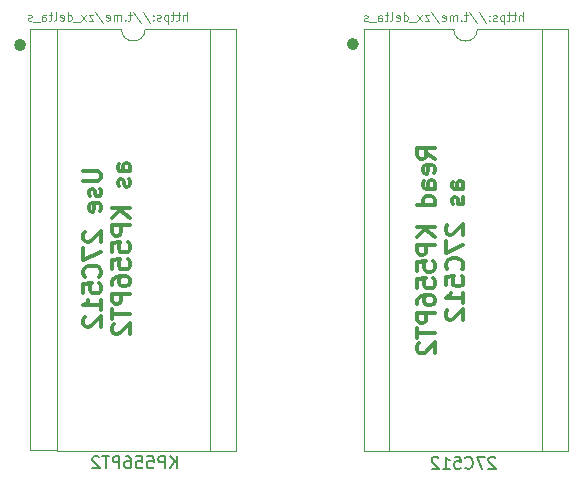
<source format=gbr>
%TF.GenerationSoftware,KiCad,Pcbnew,7.0.1*%
%TF.CreationDate,2023-07-22T01:46:55+03:00*%
%TF.ProjectId,kr556rt2,6b723535-3672-4743-922e-6b696361645f,rev?*%
%TF.SameCoordinates,Original*%
%TF.FileFunction,Legend,Bot*%
%TF.FilePolarity,Positive*%
%FSLAX46Y46*%
G04 Gerber Fmt 4.6, Leading zero omitted, Abs format (unit mm)*
G04 Created by KiCad (PCBNEW 7.0.1) date 2023-07-22 01:46:55*
%MOMM*%
%LPD*%
G01*
G04 APERTURE LIST*
%ADD10C,0.522740*%
%ADD11C,0.093750*%
%ADD12C,0.300000*%
%ADD13C,0.150000*%
%ADD14C,0.120000*%
%ADD15C,0.100000*%
G04 APERTURE END LIST*
D10*
X63608970Y-41148000D02*
G75*
G03*
X63608970Y-41148000I-261370J0D01*
G01*
X91777570Y-41071800D02*
G75*
G03*
X91777570Y-41071800I-261370J0D01*
G01*
D11*
X105891828Y-39125814D02*
X105891828Y-38375814D01*
X105570400Y-39125814D02*
X105570400Y-38732957D01*
X105570400Y-38732957D02*
X105606114Y-38661528D01*
X105606114Y-38661528D02*
X105677542Y-38625814D01*
X105677542Y-38625814D02*
X105784685Y-38625814D01*
X105784685Y-38625814D02*
X105856114Y-38661528D01*
X105856114Y-38661528D02*
X105891828Y-38697242D01*
X105320400Y-38625814D02*
X105034686Y-38625814D01*
X105213257Y-38375814D02*
X105213257Y-39018671D01*
X105213257Y-39018671D02*
X105177543Y-39090100D01*
X105177543Y-39090100D02*
X105106114Y-39125814D01*
X105106114Y-39125814D02*
X105034686Y-39125814D01*
X104891829Y-38625814D02*
X104606115Y-38625814D01*
X104784686Y-38375814D02*
X104784686Y-39018671D01*
X104784686Y-39018671D02*
X104748972Y-39090100D01*
X104748972Y-39090100D02*
X104677543Y-39125814D01*
X104677543Y-39125814D02*
X104606115Y-39125814D01*
X104356115Y-38625814D02*
X104356115Y-39375814D01*
X104356115Y-38661528D02*
X104284687Y-38625814D01*
X104284687Y-38625814D02*
X104141829Y-38625814D01*
X104141829Y-38625814D02*
X104070401Y-38661528D01*
X104070401Y-38661528D02*
X104034687Y-38697242D01*
X104034687Y-38697242D02*
X103998972Y-38768671D01*
X103998972Y-38768671D02*
X103998972Y-38982957D01*
X103998972Y-38982957D02*
X104034687Y-39054385D01*
X104034687Y-39054385D02*
X104070401Y-39090100D01*
X104070401Y-39090100D02*
X104141829Y-39125814D01*
X104141829Y-39125814D02*
X104284687Y-39125814D01*
X104284687Y-39125814D02*
X104356115Y-39090100D01*
X103713258Y-39090100D02*
X103641830Y-39125814D01*
X103641830Y-39125814D02*
X103498973Y-39125814D01*
X103498973Y-39125814D02*
X103427544Y-39090100D01*
X103427544Y-39090100D02*
X103391830Y-39018671D01*
X103391830Y-39018671D02*
X103391830Y-38982957D01*
X103391830Y-38982957D02*
X103427544Y-38911528D01*
X103427544Y-38911528D02*
X103498973Y-38875814D01*
X103498973Y-38875814D02*
X103606116Y-38875814D01*
X103606116Y-38875814D02*
X103677544Y-38840100D01*
X103677544Y-38840100D02*
X103713258Y-38768671D01*
X103713258Y-38768671D02*
X103713258Y-38732957D01*
X103713258Y-38732957D02*
X103677544Y-38661528D01*
X103677544Y-38661528D02*
X103606116Y-38625814D01*
X103606116Y-38625814D02*
X103498973Y-38625814D01*
X103498973Y-38625814D02*
X103427544Y-38661528D01*
X103070401Y-39054385D02*
X103034687Y-39090100D01*
X103034687Y-39090100D02*
X103070401Y-39125814D01*
X103070401Y-39125814D02*
X103106115Y-39090100D01*
X103106115Y-39090100D02*
X103070401Y-39054385D01*
X103070401Y-39054385D02*
X103070401Y-39125814D01*
X103070401Y-38661528D02*
X103034687Y-38697242D01*
X103034687Y-38697242D02*
X103070401Y-38732957D01*
X103070401Y-38732957D02*
X103106115Y-38697242D01*
X103106115Y-38697242D02*
X103070401Y-38661528D01*
X103070401Y-38661528D02*
X103070401Y-38732957D01*
X102177544Y-38340100D02*
X102820401Y-39304385D01*
X101391830Y-38340100D02*
X102034687Y-39304385D01*
X101248973Y-38625814D02*
X100963259Y-38625814D01*
X101141830Y-38375814D02*
X101141830Y-39018671D01*
X101141830Y-39018671D02*
X101106116Y-39090100D01*
X101106116Y-39090100D02*
X101034687Y-39125814D01*
X101034687Y-39125814D02*
X100963259Y-39125814D01*
X100713259Y-39054385D02*
X100677545Y-39090100D01*
X100677545Y-39090100D02*
X100713259Y-39125814D01*
X100713259Y-39125814D02*
X100748973Y-39090100D01*
X100748973Y-39090100D02*
X100713259Y-39054385D01*
X100713259Y-39054385D02*
X100713259Y-39125814D01*
X100356116Y-39125814D02*
X100356116Y-38625814D01*
X100356116Y-38697242D02*
X100320402Y-38661528D01*
X100320402Y-38661528D02*
X100248973Y-38625814D01*
X100248973Y-38625814D02*
X100141830Y-38625814D01*
X100141830Y-38625814D02*
X100070402Y-38661528D01*
X100070402Y-38661528D02*
X100034688Y-38732957D01*
X100034688Y-38732957D02*
X100034688Y-39125814D01*
X100034688Y-38732957D02*
X99998973Y-38661528D01*
X99998973Y-38661528D02*
X99927545Y-38625814D01*
X99927545Y-38625814D02*
X99820402Y-38625814D01*
X99820402Y-38625814D02*
X99748973Y-38661528D01*
X99748973Y-38661528D02*
X99713259Y-38732957D01*
X99713259Y-38732957D02*
X99713259Y-39125814D01*
X99070402Y-39090100D02*
X99141830Y-39125814D01*
X99141830Y-39125814D02*
X99284688Y-39125814D01*
X99284688Y-39125814D02*
X99356116Y-39090100D01*
X99356116Y-39090100D02*
X99391830Y-39018671D01*
X99391830Y-39018671D02*
X99391830Y-38732957D01*
X99391830Y-38732957D02*
X99356116Y-38661528D01*
X99356116Y-38661528D02*
X99284688Y-38625814D01*
X99284688Y-38625814D02*
X99141830Y-38625814D01*
X99141830Y-38625814D02*
X99070402Y-38661528D01*
X99070402Y-38661528D02*
X99034688Y-38732957D01*
X99034688Y-38732957D02*
X99034688Y-38804385D01*
X99034688Y-38804385D02*
X99391830Y-38875814D01*
X98177545Y-38340100D02*
X98820402Y-39304385D01*
X97998974Y-38625814D02*
X97606117Y-38625814D01*
X97606117Y-38625814D02*
X97998974Y-39125814D01*
X97998974Y-39125814D02*
X97606117Y-39125814D01*
X97391831Y-39125814D02*
X96998974Y-38625814D01*
X97391831Y-38625814D02*
X96998974Y-39125814D01*
X96891831Y-39197242D02*
X96320402Y-39197242D01*
X95820402Y-39125814D02*
X95820402Y-38375814D01*
X95820402Y-39090100D02*
X95891830Y-39125814D01*
X95891830Y-39125814D02*
X96034687Y-39125814D01*
X96034687Y-39125814D02*
X96106116Y-39090100D01*
X96106116Y-39090100D02*
X96141830Y-39054385D01*
X96141830Y-39054385D02*
X96177544Y-38982957D01*
X96177544Y-38982957D02*
X96177544Y-38768671D01*
X96177544Y-38768671D02*
X96141830Y-38697242D01*
X96141830Y-38697242D02*
X96106116Y-38661528D01*
X96106116Y-38661528D02*
X96034687Y-38625814D01*
X96034687Y-38625814D02*
X95891830Y-38625814D01*
X95891830Y-38625814D02*
X95820402Y-38661528D01*
X95177545Y-39090100D02*
X95248973Y-39125814D01*
X95248973Y-39125814D02*
X95391831Y-39125814D01*
X95391831Y-39125814D02*
X95463259Y-39090100D01*
X95463259Y-39090100D02*
X95498973Y-39018671D01*
X95498973Y-39018671D02*
X95498973Y-38732957D01*
X95498973Y-38732957D02*
X95463259Y-38661528D01*
X95463259Y-38661528D02*
X95391831Y-38625814D01*
X95391831Y-38625814D02*
X95248973Y-38625814D01*
X95248973Y-38625814D02*
X95177545Y-38661528D01*
X95177545Y-38661528D02*
X95141831Y-38732957D01*
X95141831Y-38732957D02*
X95141831Y-38804385D01*
X95141831Y-38804385D02*
X95498973Y-38875814D01*
X94713259Y-39125814D02*
X94784688Y-39090100D01*
X94784688Y-39090100D02*
X94820402Y-39018671D01*
X94820402Y-39018671D02*
X94820402Y-38375814D01*
X94534688Y-38625814D02*
X94248974Y-38625814D01*
X94427545Y-38375814D02*
X94427545Y-39018671D01*
X94427545Y-39018671D02*
X94391831Y-39090100D01*
X94391831Y-39090100D02*
X94320402Y-39125814D01*
X94320402Y-39125814D02*
X94248974Y-39125814D01*
X93677546Y-39125814D02*
X93677546Y-38732957D01*
X93677546Y-38732957D02*
X93713260Y-38661528D01*
X93713260Y-38661528D02*
X93784688Y-38625814D01*
X93784688Y-38625814D02*
X93927546Y-38625814D01*
X93927546Y-38625814D02*
X93998974Y-38661528D01*
X93677546Y-39090100D02*
X93748974Y-39125814D01*
X93748974Y-39125814D02*
X93927546Y-39125814D01*
X93927546Y-39125814D02*
X93998974Y-39090100D01*
X93998974Y-39090100D02*
X94034688Y-39018671D01*
X94034688Y-39018671D02*
X94034688Y-38947242D01*
X94034688Y-38947242D02*
X93998974Y-38875814D01*
X93998974Y-38875814D02*
X93927546Y-38840100D01*
X93927546Y-38840100D02*
X93748974Y-38840100D01*
X93748974Y-38840100D02*
X93677546Y-38804385D01*
X93498975Y-39197242D02*
X92927546Y-39197242D01*
X92784688Y-39090100D02*
X92713260Y-39125814D01*
X92713260Y-39125814D02*
X92570403Y-39125814D01*
X92570403Y-39125814D02*
X92498974Y-39090100D01*
X92498974Y-39090100D02*
X92463260Y-39018671D01*
X92463260Y-39018671D02*
X92463260Y-38982957D01*
X92463260Y-38982957D02*
X92498974Y-38911528D01*
X92498974Y-38911528D02*
X92570403Y-38875814D01*
X92570403Y-38875814D02*
X92677546Y-38875814D01*
X92677546Y-38875814D02*
X92748974Y-38840100D01*
X92748974Y-38840100D02*
X92784688Y-38768671D01*
X92784688Y-38768671D02*
X92784688Y-38732957D01*
X92784688Y-38732957D02*
X92748974Y-38661528D01*
X92748974Y-38661528D02*
X92677546Y-38625814D01*
X92677546Y-38625814D02*
X92570403Y-38625814D01*
X92570403Y-38625814D02*
X92498974Y-38661528D01*
D12*
X98462728Y-50761286D02*
X97748442Y-50261286D01*
X98462728Y-49904143D02*
X96962728Y-49904143D01*
X96962728Y-49904143D02*
X96962728Y-50475572D01*
X96962728Y-50475572D02*
X97034157Y-50618429D01*
X97034157Y-50618429D02*
X97105585Y-50689858D01*
X97105585Y-50689858D02*
X97248442Y-50761286D01*
X97248442Y-50761286D02*
X97462728Y-50761286D01*
X97462728Y-50761286D02*
X97605585Y-50689858D01*
X97605585Y-50689858D02*
X97677014Y-50618429D01*
X97677014Y-50618429D02*
X97748442Y-50475572D01*
X97748442Y-50475572D02*
X97748442Y-49904143D01*
X98391300Y-51975572D02*
X98462728Y-51832715D01*
X98462728Y-51832715D02*
X98462728Y-51547001D01*
X98462728Y-51547001D02*
X98391300Y-51404143D01*
X98391300Y-51404143D02*
X98248442Y-51332715D01*
X98248442Y-51332715D02*
X97677014Y-51332715D01*
X97677014Y-51332715D02*
X97534157Y-51404143D01*
X97534157Y-51404143D02*
X97462728Y-51547001D01*
X97462728Y-51547001D02*
X97462728Y-51832715D01*
X97462728Y-51832715D02*
X97534157Y-51975572D01*
X97534157Y-51975572D02*
X97677014Y-52047001D01*
X97677014Y-52047001D02*
X97819871Y-52047001D01*
X97819871Y-52047001D02*
X97962728Y-51332715D01*
X98462728Y-53332715D02*
X97677014Y-53332715D01*
X97677014Y-53332715D02*
X97534157Y-53261286D01*
X97534157Y-53261286D02*
X97462728Y-53118429D01*
X97462728Y-53118429D02*
X97462728Y-52832715D01*
X97462728Y-52832715D02*
X97534157Y-52689857D01*
X98391300Y-53332715D02*
X98462728Y-53189857D01*
X98462728Y-53189857D02*
X98462728Y-52832715D01*
X98462728Y-52832715D02*
X98391300Y-52689857D01*
X98391300Y-52689857D02*
X98248442Y-52618429D01*
X98248442Y-52618429D02*
X98105585Y-52618429D01*
X98105585Y-52618429D02*
X97962728Y-52689857D01*
X97962728Y-52689857D02*
X97891300Y-52832715D01*
X97891300Y-52832715D02*
X97891300Y-53189857D01*
X97891300Y-53189857D02*
X97819871Y-53332715D01*
X98462728Y-54689858D02*
X96962728Y-54689858D01*
X98391300Y-54689858D02*
X98462728Y-54547000D01*
X98462728Y-54547000D02*
X98462728Y-54261286D01*
X98462728Y-54261286D02*
X98391300Y-54118429D01*
X98391300Y-54118429D02*
X98319871Y-54047000D01*
X98319871Y-54047000D02*
X98177014Y-53975572D01*
X98177014Y-53975572D02*
X97748442Y-53975572D01*
X97748442Y-53975572D02*
X97605585Y-54047000D01*
X97605585Y-54047000D02*
X97534157Y-54118429D01*
X97534157Y-54118429D02*
X97462728Y-54261286D01*
X97462728Y-54261286D02*
X97462728Y-54547000D01*
X97462728Y-54547000D02*
X97534157Y-54689858D01*
X98462728Y-56547000D02*
X96962728Y-56547000D01*
X98462728Y-57404143D02*
X97605585Y-56761286D01*
X96962728Y-57404143D02*
X97819871Y-56547000D01*
X98462728Y-58047000D02*
X96962728Y-58047000D01*
X96962728Y-58047000D02*
X96962728Y-58618429D01*
X96962728Y-58618429D02*
X97034157Y-58761286D01*
X97034157Y-58761286D02*
X97105585Y-58832715D01*
X97105585Y-58832715D02*
X97248442Y-58904143D01*
X97248442Y-58904143D02*
X97462728Y-58904143D01*
X97462728Y-58904143D02*
X97605585Y-58832715D01*
X97605585Y-58832715D02*
X97677014Y-58761286D01*
X97677014Y-58761286D02*
X97748442Y-58618429D01*
X97748442Y-58618429D02*
X97748442Y-58047000D01*
X96962728Y-60261286D02*
X96962728Y-59547000D01*
X96962728Y-59547000D02*
X97677014Y-59475572D01*
X97677014Y-59475572D02*
X97605585Y-59547000D01*
X97605585Y-59547000D02*
X97534157Y-59689858D01*
X97534157Y-59689858D02*
X97534157Y-60047000D01*
X97534157Y-60047000D02*
X97605585Y-60189858D01*
X97605585Y-60189858D02*
X97677014Y-60261286D01*
X97677014Y-60261286D02*
X97819871Y-60332715D01*
X97819871Y-60332715D02*
X98177014Y-60332715D01*
X98177014Y-60332715D02*
X98319871Y-60261286D01*
X98319871Y-60261286D02*
X98391300Y-60189858D01*
X98391300Y-60189858D02*
X98462728Y-60047000D01*
X98462728Y-60047000D02*
X98462728Y-59689858D01*
X98462728Y-59689858D02*
X98391300Y-59547000D01*
X98391300Y-59547000D02*
X98319871Y-59475572D01*
X96962728Y-61689857D02*
X96962728Y-60975571D01*
X96962728Y-60975571D02*
X97677014Y-60904143D01*
X97677014Y-60904143D02*
X97605585Y-60975571D01*
X97605585Y-60975571D02*
X97534157Y-61118429D01*
X97534157Y-61118429D02*
X97534157Y-61475571D01*
X97534157Y-61475571D02*
X97605585Y-61618429D01*
X97605585Y-61618429D02*
X97677014Y-61689857D01*
X97677014Y-61689857D02*
X97819871Y-61761286D01*
X97819871Y-61761286D02*
X98177014Y-61761286D01*
X98177014Y-61761286D02*
X98319871Y-61689857D01*
X98319871Y-61689857D02*
X98391300Y-61618429D01*
X98391300Y-61618429D02*
X98462728Y-61475571D01*
X98462728Y-61475571D02*
X98462728Y-61118429D01*
X98462728Y-61118429D02*
X98391300Y-60975571D01*
X98391300Y-60975571D02*
X98319871Y-60904143D01*
X96962728Y-63047000D02*
X96962728Y-62761285D01*
X96962728Y-62761285D02*
X97034157Y-62618428D01*
X97034157Y-62618428D02*
X97105585Y-62547000D01*
X97105585Y-62547000D02*
X97319871Y-62404142D01*
X97319871Y-62404142D02*
X97605585Y-62332714D01*
X97605585Y-62332714D02*
X98177014Y-62332714D01*
X98177014Y-62332714D02*
X98319871Y-62404142D01*
X98319871Y-62404142D02*
X98391300Y-62475571D01*
X98391300Y-62475571D02*
X98462728Y-62618428D01*
X98462728Y-62618428D02*
X98462728Y-62904142D01*
X98462728Y-62904142D02*
X98391300Y-63047000D01*
X98391300Y-63047000D02*
X98319871Y-63118428D01*
X98319871Y-63118428D02*
X98177014Y-63189857D01*
X98177014Y-63189857D02*
X97819871Y-63189857D01*
X97819871Y-63189857D02*
X97677014Y-63118428D01*
X97677014Y-63118428D02*
X97605585Y-63047000D01*
X97605585Y-63047000D02*
X97534157Y-62904142D01*
X97534157Y-62904142D02*
X97534157Y-62618428D01*
X97534157Y-62618428D02*
X97605585Y-62475571D01*
X97605585Y-62475571D02*
X97677014Y-62404142D01*
X97677014Y-62404142D02*
X97819871Y-62332714D01*
X98462728Y-63832713D02*
X96962728Y-63832713D01*
X96962728Y-63832713D02*
X96962728Y-64404142D01*
X96962728Y-64404142D02*
X97034157Y-64546999D01*
X97034157Y-64546999D02*
X97105585Y-64618428D01*
X97105585Y-64618428D02*
X97248442Y-64689856D01*
X97248442Y-64689856D02*
X97462728Y-64689856D01*
X97462728Y-64689856D02*
X97605585Y-64618428D01*
X97605585Y-64618428D02*
X97677014Y-64546999D01*
X97677014Y-64546999D02*
X97748442Y-64404142D01*
X97748442Y-64404142D02*
X97748442Y-63832713D01*
X96962728Y-65118428D02*
X96962728Y-65975571D01*
X98462728Y-65546999D02*
X96962728Y-65546999D01*
X97105585Y-66404142D02*
X97034157Y-66475570D01*
X97034157Y-66475570D02*
X96962728Y-66618428D01*
X96962728Y-66618428D02*
X96962728Y-66975570D01*
X96962728Y-66975570D02*
X97034157Y-67118428D01*
X97034157Y-67118428D02*
X97105585Y-67189856D01*
X97105585Y-67189856D02*
X97248442Y-67261285D01*
X97248442Y-67261285D02*
X97391300Y-67261285D01*
X97391300Y-67261285D02*
X97605585Y-67189856D01*
X97605585Y-67189856D02*
X98462728Y-66332713D01*
X98462728Y-66332713D02*
X98462728Y-67261285D01*
X100892728Y-53368430D02*
X100107014Y-53368430D01*
X100107014Y-53368430D02*
X99964157Y-53297001D01*
X99964157Y-53297001D02*
X99892728Y-53154144D01*
X99892728Y-53154144D02*
X99892728Y-52868430D01*
X99892728Y-52868430D02*
X99964157Y-52725572D01*
X100821300Y-53368430D02*
X100892728Y-53225572D01*
X100892728Y-53225572D02*
X100892728Y-52868430D01*
X100892728Y-52868430D02*
X100821300Y-52725572D01*
X100821300Y-52725572D02*
X100678442Y-52654144D01*
X100678442Y-52654144D02*
X100535585Y-52654144D01*
X100535585Y-52654144D02*
X100392728Y-52725572D01*
X100392728Y-52725572D02*
X100321300Y-52868430D01*
X100321300Y-52868430D02*
X100321300Y-53225572D01*
X100321300Y-53225572D02*
X100249871Y-53368430D01*
X100821300Y-54011287D02*
X100892728Y-54154144D01*
X100892728Y-54154144D02*
X100892728Y-54439858D01*
X100892728Y-54439858D02*
X100821300Y-54582715D01*
X100821300Y-54582715D02*
X100678442Y-54654144D01*
X100678442Y-54654144D02*
X100607014Y-54654144D01*
X100607014Y-54654144D02*
X100464157Y-54582715D01*
X100464157Y-54582715D02*
X100392728Y-54439858D01*
X100392728Y-54439858D02*
X100392728Y-54225573D01*
X100392728Y-54225573D02*
X100321300Y-54082715D01*
X100321300Y-54082715D02*
X100178442Y-54011287D01*
X100178442Y-54011287D02*
X100107014Y-54011287D01*
X100107014Y-54011287D02*
X99964157Y-54082715D01*
X99964157Y-54082715D02*
X99892728Y-54225573D01*
X99892728Y-54225573D02*
X99892728Y-54439858D01*
X99892728Y-54439858D02*
X99964157Y-54582715D01*
X99535585Y-56368430D02*
X99464157Y-56439858D01*
X99464157Y-56439858D02*
X99392728Y-56582716D01*
X99392728Y-56582716D02*
X99392728Y-56939858D01*
X99392728Y-56939858D02*
X99464157Y-57082716D01*
X99464157Y-57082716D02*
X99535585Y-57154144D01*
X99535585Y-57154144D02*
X99678442Y-57225573D01*
X99678442Y-57225573D02*
X99821300Y-57225573D01*
X99821300Y-57225573D02*
X100035585Y-57154144D01*
X100035585Y-57154144D02*
X100892728Y-56297001D01*
X100892728Y-56297001D02*
X100892728Y-57225573D01*
X99392728Y-57725572D02*
X99392728Y-58725572D01*
X99392728Y-58725572D02*
X100892728Y-58082715D01*
X100749871Y-60154143D02*
X100821300Y-60082715D01*
X100821300Y-60082715D02*
X100892728Y-59868429D01*
X100892728Y-59868429D02*
X100892728Y-59725572D01*
X100892728Y-59725572D02*
X100821300Y-59511286D01*
X100821300Y-59511286D02*
X100678442Y-59368429D01*
X100678442Y-59368429D02*
X100535585Y-59297000D01*
X100535585Y-59297000D02*
X100249871Y-59225572D01*
X100249871Y-59225572D02*
X100035585Y-59225572D01*
X100035585Y-59225572D02*
X99749871Y-59297000D01*
X99749871Y-59297000D02*
X99607014Y-59368429D01*
X99607014Y-59368429D02*
X99464157Y-59511286D01*
X99464157Y-59511286D02*
X99392728Y-59725572D01*
X99392728Y-59725572D02*
X99392728Y-59868429D01*
X99392728Y-59868429D02*
X99464157Y-60082715D01*
X99464157Y-60082715D02*
X99535585Y-60154143D01*
X99392728Y-61511286D02*
X99392728Y-60797000D01*
X99392728Y-60797000D02*
X100107014Y-60725572D01*
X100107014Y-60725572D02*
X100035585Y-60797000D01*
X100035585Y-60797000D02*
X99964157Y-60939858D01*
X99964157Y-60939858D02*
X99964157Y-61297000D01*
X99964157Y-61297000D02*
X100035585Y-61439858D01*
X100035585Y-61439858D02*
X100107014Y-61511286D01*
X100107014Y-61511286D02*
X100249871Y-61582715D01*
X100249871Y-61582715D02*
X100607014Y-61582715D01*
X100607014Y-61582715D02*
X100749871Y-61511286D01*
X100749871Y-61511286D02*
X100821300Y-61439858D01*
X100821300Y-61439858D02*
X100892728Y-61297000D01*
X100892728Y-61297000D02*
X100892728Y-60939858D01*
X100892728Y-60939858D02*
X100821300Y-60797000D01*
X100821300Y-60797000D02*
X100749871Y-60725572D01*
X100892728Y-63011286D02*
X100892728Y-62154143D01*
X100892728Y-62582714D02*
X99392728Y-62582714D01*
X99392728Y-62582714D02*
X99607014Y-62439857D01*
X99607014Y-62439857D02*
X99749871Y-62297000D01*
X99749871Y-62297000D02*
X99821300Y-62154143D01*
X99535585Y-63582714D02*
X99464157Y-63654142D01*
X99464157Y-63654142D02*
X99392728Y-63797000D01*
X99392728Y-63797000D02*
X99392728Y-64154142D01*
X99392728Y-64154142D02*
X99464157Y-64297000D01*
X99464157Y-64297000D02*
X99535585Y-64368428D01*
X99535585Y-64368428D02*
X99678442Y-64439857D01*
X99678442Y-64439857D02*
X99821300Y-64439857D01*
X99821300Y-64439857D02*
X100035585Y-64368428D01*
X100035585Y-64368428D02*
X100892728Y-63511285D01*
X100892728Y-63511285D02*
X100892728Y-64439857D01*
D11*
X77443828Y-39100414D02*
X77443828Y-38350414D01*
X77122400Y-39100414D02*
X77122400Y-38707557D01*
X77122400Y-38707557D02*
X77158114Y-38636128D01*
X77158114Y-38636128D02*
X77229542Y-38600414D01*
X77229542Y-38600414D02*
X77336685Y-38600414D01*
X77336685Y-38600414D02*
X77408114Y-38636128D01*
X77408114Y-38636128D02*
X77443828Y-38671842D01*
X76872400Y-38600414D02*
X76586686Y-38600414D01*
X76765257Y-38350414D02*
X76765257Y-38993271D01*
X76765257Y-38993271D02*
X76729543Y-39064700D01*
X76729543Y-39064700D02*
X76658114Y-39100414D01*
X76658114Y-39100414D02*
X76586686Y-39100414D01*
X76443829Y-38600414D02*
X76158115Y-38600414D01*
X76336686Y-38350414D02*
X76336686Y-38993271D01*
X76336686Y-38993271D02*
X76300972Y-39064700D01*
X76300972Y-39064700D02*
X76229543Y-39100414D01*
X76229543Y-39100414D02*
X76158115Y-39100414D01*
X75908115Y-38600414D02*
X75908115Y-39350414D01*
X75908115Y-38636128D02*
X75836687Y-38600414D01*
X75836687Y-38600414D02*
X75693829Y-38600414D01*
X75693829Y-38600414D02*
X75622401Y-38636128D01*
X75622401Y-38636128D02*
X75586687Y-38671842D01*
X75586687Y-38671842D02*
X75550972Y-38743271D01*
X75550972Y-38743271D02*
X75550972Y-38957557D01*
X75550972Y-38957557D02*
X75586687Y-39028985D01*
X75586687Y-39028985D02*
X75622401Y-39064700D01*
X75622401Y-39064700D02*
X75693829Y-39100414D01*
X75693829Y-39100414D02*
X75836687Y-39100414D01*
X75836687Y-39100414D02*
X75908115Y-39064700D01*
X75265258Y-39064700D02*
X75193830Y-39100414D01*
X75193830Y-39100414D02*
X75050973Y-39100414D01*
X75050973Y-39100414D02*
X74979544Y-39064700D01*
X74979544Y-39064700D02*
X74943830Y-38993271D01*
X74943830Y-38993271D02*
X74943830Y-38957557D01*
X74943830Y-38957557D02*
X74979544Y-38886128D01*
X74979544Y-38886128D02*
X75050973Y-38850414D01*
X75050973Y-38850414D02*
X75158116Y-38850414D01*
X75158116Y-38850414D02*
X75229544Y-38814700D01*
X75229544Y-38814700D02*
X75265258Y-38743271D01*
X75265258Y-38743271D02*
X75265258Y-38707557D01*
X75265258Y-38707557D02*
X75229544Y-38636128D01*
X75229544Y-38636128D02*
X75158116Y-38600414D01*
X75158116Y-38600414D02*
X75050973Y-38600414D01*
X75050973Y-38600414D02*
X74979544Y-38636128D01*
X74622401Y-39028985D02*
X74586687Y-39064700D01*
X74586687Y-39064700D02*
X74622401Y-39100414D01*
X74622401Y-39100414D02*
X74658115Y-39064700D01*
X74658115Y-39064700D02*
X74622401Y-39028985D01*
X74622401Y-39028985D02*
X74622401Y-39100414D01*
X74622401Y-38636128D02*
X74586687Y-38671842D01*
X74586687Y-38671842D02*
X74622401Y-38707557D01*
X74622401Y-38707557D02*
X74658115Y-38671842D01*
X74658115Y-38671842D02*
X74622401Y-38636128D01*
X74622401Y-38636128D02*
X74622401Y-38707557D01*
X73729544Y-38314700D02*
X74372401Y-39278985D01*
X72943830Y-38314700D02*
X73586687Y-39278985D01*
X72800973Y-38600414D02*
X72515259Y-38600414D01*
X72693830Y-38350414D02*
X72693830Y-38993271D01*
X72693830Y-38993271D02*
X72658116Y-39064700D01*
X72658116Y-39064700D02*
X72586687Y-39100414D01*
X72586687Y-39100414D02*
X72515259Y-39100414D01*
X72265259Y-39028985D02*
X72229545Y-39064700D01*
X72229545Y-39064700D02*
X72265259Y-39100414D01*
X72265259Y-39100414D02*
X72300973Y-39064700D01*
X72300973Y-39064700D02*
X72265259Y-39028985D01*
X72265259Y-39028985D02*
X72265259Y-39100414D01*
X71908116Y-39100414D02*
X71908116Y-38600414D01*
X71908116Y-38671842D02*
X71872402Y-38636128D01*
X71872402Y-38636128D02*
X71800973Y-38600414D01*
X71800973Y-38600414D02*
X71693830Y-38600414D01*
X71693830Y-38600414D02*
X71622402Y-38636128D01*
X71622402Y-38636128D02*
X71586688Y-38707557D01*
X71586688Y-38707557D02*
X71586688Y-39100414D01*
X71586688Y-38707557D02*
X71550973Y-38636128D01*
X71550973Y-38636128D02*
X71479545Y-38600414D01*
X71479545Y-38600414D02*
X71372402Y-38600414D01*
X71372402Y-38600414D02*
X71300973Y-38636128D01*
X71300973Y-38636128D02*
X71265259Y-38707557D01*
X71265259Y-38707557D02*
X71265259Y-39100414D01*
X70622402Y-39064700D02*
X70693830Y-39100414D01*
X70693830Y-39100414D02*
X70836688Y-39100414D01*
X70836688Y-39100414D02*
X70908116Y-39064700D01*
X70908116Y-39064700D02*
X70943830Y-38993271D01*
X70943830Y-38993271D02*
X70943830Y-38707557D01*
X70943830Y-38707557D02*
X70908116Y-38636128D01*
X70908116Y-38636128D02*
X70836688Y-38600414D01*
X70836688Y-38600414D02*
X70693830Y-38600414D01*
X70693830Y-38600414D02*
X70622402Y-38636128D01*
X70622402Y-38636128D02*
X70586688Y-38707557D01*
X70586688Y-38707557D02*
X70586688Y-38778985D01*
X70586688Y-38778985D02*
X70943830Y-38850414D01*
X69729545Y-38314700D02*
X70372402Y-39278985D01*
X69550974Y-38600414D02*
X69158117Y-38600414D01*
X69158117Y-38600414D02*
X69550974Y-39100414D01*
X69550974Y-39100414D02*
X69158117Y-39100414D01*
X68943831Y-39100414D02*
X68550974Y-38600414D01*
X68943831Y-38600414D02*
X68550974Y-39100414D01*
X68443831Y-39171842D02*
X67872402Y-39171842D01*
X67372402Y-39100414D02*
X67372402Y-38350414D01*
X67372402Y-39064700D02*
X67443830Y-39100414D01*
X67443830Y-39100414D02*
X67586687Y-39100414D01*
X67586687Y-39100414D02*
X67658116Y-39064700D01*
X67658116Y-39064700D02*
X67693830Y-39028985D01*
X67693830Y-39028985D02*
X67729544Y-38957557D01*
X67729544Y-38957557D02*
X67729544Y-38743271D01*
X67729544Y-38743271D02*
X67693830Y-38671842D01*
X67693830Y-38671842D02*
X67658116Y-38636128D01*
X67658116Y-38636128D02*
X67586687Y-38600414D01*
X67586687Y-38600414D02*
X67443830Y-38600414D01*
X67443830Y-38600414D02*
X67372402Y-38636128D01*
X66729545Y-39064700D02*
X66800973Y-39100414D01*
X66800973Y-39100414D02*
X66943831Y-39100414D01*
X66943831Y-39100414D02*
X67015259Y-39064700D01*
X67015259Y-39064700D02*
X67050973Y-38993271D01*
X67050973Y-38993271D02*
X67050973Y-38707557D01*
X67050973Y-38707557D02*
X67015259Y-38636128D01*
X67015259Y-38636128D02*
X66943831Y-38600414D01*
X66943831Y-38600414D02*
X66800973Y-38600414D01*
X66800973Y-38600414D02*
X66729545Y-38636128D01*
X66729545Y-38636128D02*
X66693831Y-38707557D01*
X66693831Y-38707557D02*
X66693831Y-38778985D01*
X66693831Y-38778985D02*
X67050973Y-38850414D01*
X66265259Y-39100414D02*
X66336688Y-39064700D01*
X66336688Y-39064700D02*
X66372402Y-38993271D01*
X66372402Y-38993271D02*
X66372402Y-38350414D01*
X66086688Y-38600414D02*
X65800974Y-38600414D01*
X65979545Y-38350414D02*
X65979545Y-38993271D01*
X65979545Y-38993271D02*
X65943831Y-39064700D01*
X65943831Y-39064700D02*
X65872402Y-39100414D01*
X65872402Y-39100414D02*
X65800974Y-39100414D01*
X65229546Y-39100414D02*
X65229546Y-38707557D01*
X65229546Y-38707557D02*
X65265260Y-38636128D01*
X65265260Y-38636128D02*
X65336688Y-38600414D01*
X65336688Y-38600414D02*
X65479546Y-38600414D01*
X65479546Y-38600414D02*
X65550974Y-38636128D01*
X65229546Y-39064700D02*
X65300974Y-39100414D01*
X65300974Y-39100414D02*
X65479546Y-39100414D01*
X65479546Y-39100414D02*
X65550974Y-39064700D01*
X65550974Y-39064700D02*
X65586688Y-38993271D01*
X65586688Y-38993271D02*
X65586688Y-38921842D01*
X65586688Y-38921842D02*
X65550974Y-38850414D01*
X65550974Y-38850414D02*
X65479546Y-38814700D01*
X65479546Y-38814700D02*
X65300974Y-38814700D01*
X65300974Y-38814700D02*
X65229546Y-38778985D01*
X65050975Y-39171842D02*
X64479546Y-39171842D01*
X64336688Y-39064700D02*
X64265260Y-39100414D01*
X64265260Y-39100414D02*
X64122403Y-39100414D01*
X64122403Y-39100414D02*
X64050974Y-39064700D01*
X64050974Y-39064700D02*
X64015260Y-38993271D01*
X64015260Y-38993271D02*
X64015260Y-38957557D01*
X64015260Y-38957557D02*
X64050974Y-38886128D01*
X64050974Y-38886128D02*
X64122403Y-38850414D01*
X64122403Y-38850414D02*
X64229546Y-38850414D01*
X64229546Y-38850414D02*
X64300974Y-38814700D01*
X64300974Y-38814700D02*
X64336688Y-38743271D01*
X64336688Y-38743271D02*
X64336688Y-38707557D01*
X64336688Y-38707557D02*
X64300974Y-38636128D01*
X64300974Y-38636128D02*
X64229546Y-38600414D01*
X64229546Y-38600414D02*
X64122403Y-38600414D01*
X64122403Y-38600414D02*
X64050974Y-38636128D01*
D12*
X68708228Y-51823172D02*
X69922514Y-51823172D01*
X69922514Y-51823172D02*
X70065371Y-51894601D01*
X70065371Y-51894601D02*
X70136800Y-51966030D01*
X70136800Y-51966030D02*
X70208228Y-52108887D01*
X70208228Y-52108887D02*
X70208228Y-52394601D01*
X70208228Y-52394601D02*
X70136800Y-52537458D01*
X70136800Y-52537458D02*
X70065371Y-52608887D01*
X70065371Y-52608887D02*
X69922514Y-52680315D01*
X69922514Y-52680315D02*
X68708228Y-52680315D01*
X70136800Y-53323173D02*
X70208228Y-53466030D01*
X70208228Y-53466030D02*
X70208228Y-53751744D01*
X70208228Y-53751744D02*
X70136800Y-53894601D01*
X70136800Y-53894601D02*
X69993942Y-53966030D01*
X69993942Y-53966030D02*
X69922514Y-53966030D01*
X69922514Y-53966030D02*
X69779657Y-53894601D01*
X69779657Y-53894601D02*
X69708228Y-53751744D01*
X69708228Y-53751744D02*
X69708228Y-53537459D01*
X69708228Y-53537459D02*
X69636800Y-53394601D01*
X69636800Y-53394601D02*
X69493942Y-53323173D01*
X69493942Y-53323173D02*
X69422514Y-53323173D01*
X69422514Y-53323173D02*
X69279657Y-53394601D01*
X69279657Y-53394601D02*
X69208228Y-53537459D01*
X69208228Y-53537459D02*
X69208228Y-53751744D01*
X69208228Y-53751744D02*
X69279657Y-53894601D01*
X70136800Y-55180316D02*
X70208228Y-55037459D01*
X70208228Y-55037459D02*
X70208228Y-54751745D01*
X70208228Y-54751745D02*
X70136800Y-54608887D01*
X70136800Y-54608887D02*
X69993942Y-54537459D01*
X69993942Y-54537459D02*
X69422514Y-54537459D01*
X69422514Y-54537459D02*
X69279657Y-54608887D01*
X69279657Y-54608887D02*
X69208228Y-54751745D01*
X69208228Y-54751745D02*
X69208228Y-55037459D01*
X69208228Y-55037459D02*
X69279657Y-55180316D01*
X69279657Y-55180316D02*
X69422514Y-55251745D01*
X69422514Y-55251745D02*
X69565371Y-55251745D01*
X69565371Y-55251745D02*
X69708228Y-54537459D01*
X68851085Y-56966030D02*
X68779657Y-57037458D01*
X68779657Y-57037458D02*
X68708228Y-57180316D01*
X68708228Y-57180316D02*
X68708228Y-57537458D01*
X68708228Y-57537458D02*
X68779657Y-57680316D01*
X68779657Y-57680316D02*
X68851085Y-57751744D01*
X68851085Y-57751744D02*
X68993942Y-57823173D01*
X68993942Y-57823173D02*
X69136800Y-57823173D01*
X69136800Y-57823173D02*
X69351085Y-57751744D01*
X69351085Y-57751744D02*
X70208228Y-56894601D01*
X70208228Y-56894601D02*
X70208228Y-57823173D01*
X68708228Y-58323172D02*
X68708228Y-59323172D01*
X68708228Y-59323172D02*
X70208228Y-58680315D01*
X70065371Y-60751743D02*
X70136800Y-60680315D01*
X70136800Y-60680315D02*
X70208228Y-60466029D01*
X70208228Y-60466029D02*
X70208228Y-60323172D01*
X70208228Y-60323172D02*
X70136800Y-60108886D01*
X70136800Y-60108886D02*
X69993942Y-59966029D01*
X69993942Y-59966029D02*
X69851085Y-59894600D01*
X69851085Y-59894600D02*
X69565371Y-59823172D01*
X69565371Y-59823172D02*
X69351085Y-59823172D01*
X69351085Y-59823172D02*
X69065371Y-59894600D01*
X69065371Y-59894600D02*
X68922514Y-59966029D01*
X68922514Y-59966029D02*
X68779657Y-60108886D01*
X68779657Y-60108886D02*
X68708228Y-60323172D01*
X68708228Y-60323172D02*
X68708228Y-60466029D01*
X68708228Y-60466029D02*
X68779657Y-60680315D01*
X68779657Y-60680315D02*
X68851085Y-60751743D01*
X68708228Y-62108886D02*
X68708228Y-61394600D01*
X68708228Y-61394600D02*
X69422514Y-61323172D01*
X69422514Y-61323172D02*
X69351085Y-61394600D01*
X69351085Y-61394600D02*
X69279657Y-61537458D01*
X69279657Y-61537458D02*
X69279657Y-61894600D01*
X69279657Y-61894600D02*
X69351085Y-62037458D01*
X69351085Y-62037458D02*
X69422514Y-62108886D01*
X69422514Y-62108886D02*
X69565371Y-62180315D01*
X69565371Y-62180315D02*
X69922514Y-62180315D01*
X69922514Y-62180315D02*
X70065371Y-62108886D01*
X70065371Y-62108886D02*
X70136800Y-62037458D01*
X70136800Y-62037458D02*
X70208228Y-61894600D01*
X70208228Y-61894600D02*
X70208228Y-61537458D01*
X70208228Y-61537458D02*
X70136800Y-61394600D01*
X70136800Y-61394600D02*
X70065371Y-61323172D01*
X70208228Y-63608886D02*
X70208228Y-62751743D01*
X70208228Y-63180314D02*
X68708228Y-63180314D01*
X68708228Y-63180314D02*
X68922514Y-63037457D01*
X68922514Y-63037457D02*
X69065371Y-62894600D01*
X69065371Y-62894600D02*
X69136800Y-62751743D01*
X68851085Y-64180314D02*
X68779657Y-64251742D01*
X68779657Y-64251742D02*
X68708228Y-64394600D01*
X68708228Y-64394600D02*
X68708228Y-64751742D01*
X68708228Y-64751742D02*
X68779657Y-64894600D01*
X68779657Y-64894600D02*
X68851085Y-64966028D01*
X68851085Y-64966028D02*
X68993942Y-65037457D01*
X68993942Y-65037457D02*
X69136800Y-65037457D01*
X69136800Y-65037457D02*
X69351085Y-64966028D01*
X69351085Y-64966028D02*
X70208228Y-64108885D01*
X70208228Y-64108885D02*
X70208228Y-65037457D01*
X72638228Y-51858887D02*
X71852514Y-51858887D01*
X71852514Y-51858887D02*
X71709657Y-51787458D01*
X71709657Y-51787458D02*
X71638228Y-51644601D01*
X71638228Y-51644601D02*
X71638228Y-51358887D01*
X71638228Y-51358887D02*
X71709657Y-51216029D01*
X72566800Y-51858887D02*
X72638228Y-51716029D01*
X72638228Y-51716029D02*
X72638228Y-51358887D01*
X72638228Y-51358887D02*
X72566800Y-51216029D01*
X72566800Y-51216029D02*
X72423942Y-51144601D01*
X72423942Y-51144601D02*
X72281085Y-51144601D01*
X72281085Y-51144601D02*
X72138228Y-51216029D01*
X72138228Y-51216029D02*
X72066800Y-51358887D01*
X72066800Y-51358887D02*
X72066800Y-51716029D01*
X72066800Y-51716029D02*
X71995371Y-51858887D01*
X72566800Y-52501744D02*
X72638228Y-52644601D01*
X72638228Y-52644601D02*
X72638228Y-52930315D01*
X72638228Y-52930315D02*
X72566800Y-53073172D01*
X72566800Y-53073172D02*
X72423942Y-53144601D01*
X72423942Y-53144601D02*
X72352514Y-53144601D01*
X72352514Y-53144601D02*
X72209657Y-53073172D01*
X72209657Y-53073172D02*
X72138228Y-52930315D01*
X72138228Y-52930315D02*
X72138228Y-52716030D01*
X72138228Y-52716030D02*
X72066800Y-52573172D01*
X72066800Y-52573172D02*
X71923942Y-52501744D01*
X71923942Y-52501744D02*
X71852514Y-52501744D01*
X71852514Y-52501744D02*
X71709657Y-52573172D01*
X71709657Y-52573172D02*
X71638228Y-52716030D01*
X71638228Y-52716030D02*
X71638228Y-52930315D01*
X71638228Y-52930315D02*
X71709657Y-53073172D01*
X72638228Y-54930315D02*
X71138228Y-54930315D01*
X72638228Y-55787458D02*
X71781085Y-55144601D01*
X71138228Y-55787458D02*
X71995371Y-54930315D01*
X72638228Y-56430315D02*
X71138228Y-56430315D01*
X71138228Y-56430315D02*
X71138228Y-57001744D01*
X71138228Y-57001744D02*
X71209657Y-57144601D01*
X71209657Y-57144601D02*
X71281085Y-57216030D01*
X71281085Y-57216030D02*
X71423942Y-57287458D01*
X71423942Y-57287458D02*
X71638228Y-57287458D01*
X71638228Y-57287458D02*
X71781085Y-57216030D01*
X71781085Y-57216030D02*
X71852514Y-57144601D01*
X71852514Y-57144601D02*
X71923942Y-57001744D01*
X71923942Y-57001744D02*
X71923942Y-56430315D01*
X71138228Y-58644601D02*
X71138228Y-57930315D01*
X71138228Y-57930315D02*
X71852514Y-57858887D01*
X71852514Y-57858887D02*
X71781085Y-57930315D01*
X71781085Y-57930315D02*
X71709657Y-58073173D01*
X71709657Y-58073173D02*
X71709657Y-58430315D01*
X71709657Y-58430315D02*
X71781085Y-58573173D01*
X71781085Y-58573173D02*
X71852514Y-58644601D01*
X71852514Y-58644601D02*
X71995371Y-58716030D01*
X71995371Y-58716030D02*
X72352514Y-58716030D01*
X72352514Y-58716030D02*
X72495371Y-58644601D01*
X72495371Y-58644601D02*
X72566800Y-58573173D01*
X72566800Y-58573173D02*
X72638228Y-58430315D01*
X72638228Y-58430315D02*
X72638228Y-58073173D01*
X72638228Y-58073173D02*
X72566800Y-57930315D01*
X72566800Y-57930315D02*
X72495371Y-57858887D01*
X71138228Y-60073172D02*
X71138228Y-59358886D01*
X71138228Y-59358886D02*
X71852514Y-59287458D01*
X71852514Y-59287458D02*
X71781085Y-59358886D01*
X71781085Y-59358886D02*
X71709657Y-59501744D01*
X71709657Y-59501744D02*
X71709657Y-59858886D01*
X71709657Y-59858886D02*
X71781085Y-60001744D01*
X71781085Y-60001744D02*
X71852514Y-60073172D01*
X71852514Y-60073172D02*
X71995371Y-60144601D01*
X71995371Y-60144601D02*
X72352514Y-60144601D01*
X72352514Y-60144601D02*
X72495371Y-60073172D01*
X72495371Y-60073172D02*
X72566800Y-60001744D01*
X72566800Y-60001744D02*
X72638228Y-59858886D01*
X72638228Y-59858886D02*
X72638228Y-59501744D01*
X72638228Y-59501744D02*
X72566800Y-59358886D01*
X72566800Y-59358886D02*
X72495371Y-59287458D01*
X71138228Y-61430315D02*
X71138228Y-61144600D01*
X71138228Y-61144600D02*
X71209657Y-61001743D01*
X71209657Y-61001743D02*
X71281085Y-60930315D01*
X71281085Y-60930315D02*
X71495371Y-60787457D01*
X71495371Y-60787457D02*
X71781085Y-60716029D01*
X71781085Y-60716029D02*
X72352514Y-60716029D01*
X72352514Y-60716029D02*
X72495371Y-60787457D01*
X72495371Y-60787457D02*
X72566800Y-60858886D01*
X72566800Y-60858886D02*
X72638228Y-61001743D01*
X72638228Y-61001743D02*
X72638228Y-61287457D01*
X72638228Y-61287457D02*
X72566800Y-61430315D01*
X72566800Y-61430315D02*
X72495371Y-61501743D01*
X72495371Y-61501743D02*
X72352514Y-61573172D01*
X72352514Y-61573172D02*
X71995371Y-61573172D01*
X71995371Y-61573172D02*
X71852514Y-61501743D01*
X71852514Y-61501743D02*
X71781085Y-61430315D01*
X71781085Y-61430315D02*
X71709657Y-61287457D01*
X71709657Y-61287457D02*
X71709657Y-61001743D01*
X71709657Y-61001743D02*
X71781085Y-60858886D01*
X71781085Y-60858886D02*
X71852514Y-60787457D01*
X71852514Y-60787457D02*
X71995371Y-60716029D01*
X72638228Y-62216028D02*
X71138228Y-62216028D01*
X71138228Y-62216028D02*
X71138228Y-62787457D01*
X71138228Y-62787457D02*
X71209657Y-62930314D01*
X71209657Y-62930314D02*
X71281085Y-63001743D01*
X71281085Y-63001743D02*
X71423942Y-63073171D01*
X71423942Y-63073171D02*
X71638228Y-63073171D01*
X71638228Y-63073171D02*
X71781085Y-63001743D01*
X71781085Y-63001743D02*
X71852514Y-62930314D01*
X71852514Y-62930314D02*
X71923942Y-62787457D01*
X71923942Y-62787457D02*
X71923942Y-62216028D01*
X71138228Y-63501743D02*
X71138228Y-64358886D01*
X72638228Y-63930314D02*
X71138228Y-63930314D01*
X71281085Y-64787457D02*
X71209657Y-64858885D01*
X71209657Y-64858885D02*
X71138228Y-65001743D01*
X71138228Y-65001743D02*
X71138228Y-65358885D01*
X71138228Y-65358885D02*
X71209657Y-65501743D01*
X71209657Y-65501743D02*
X71281085Y-65573171D01*
X71281085Y-65573171D02*
X71423942Y-65644600D01*
X71423942Y-65644600D02*
X71566800Y-65644600D01*
X71566800Y-65644600D02*
X71781085Y-65573171D01*
X71781085Y-65573171D02*
X72638228Y-64716028D01*
X72638228Y-64716028D02*
X72638228Y-65644600D01*
D13*
%TO.C,U2*%
X76611511Y-76970269D02*
X76611511Y-75970269D01*
X76040083Y-76970269D02*
X76468654Y-76398840D01*
X76040083Y-75970269D02*
X76611511Y-76541697D01*
X75611511Y-76970269D02*
X75611511Y-75970269D01*
X75611511Y-75970269D02*
X75230559Y-75970269D01*
X75230559Y-75970269D02*
X75135321Y-76017888D01*
X75135321Y-76017888D02*
X75087702Y-76065507D01*
X75087702Y-76065507D02*
X75040083Y-76160745D01*
X75040083Y-76160745D02*
X75040083Y-76303602D01*
X75040083Y-76303602D02*
X75087702Y-76398840D01*
X75087702Y-76398840D02*
X75135321Y-76446459D01*
X75135321Y-76446459D02*
X75230559Y-76494078D01*
X75230559Y-76494078D02*
X75611511Y-76494078D01*
X74135321Y-75970269D02*
X74611511Y-75970269D01*
X74611511Y-75970269D02*
X74659130Y-76446459D01*
X74659130Y-76446459D02*
X74611511Y-76398840D01*
X74611511Y-76398840D02*
X74516273Y-76351221D01*
X74516273Y-76351221D02*
X74278178Y-76351221D01*
X74278178Y-76351221D02*
X74182940Y-76398840D01*
X74182940Y-76398840D02*
X74135321Y-76446459D01*
X74135321Y-76446459D02*
X74087702Y-76541697D01*
X74087702Y-76541697D02*
X74087702Y-76779792D01*
X74087702Y-76779792D02*
X74135321Y-76875030D01*
X74135321Y-76875030D02*
X74182940Y-76922650D01*
X74182940Y-76922650D02*
X74278178Y-76970269D01*
X74278178Y-76970269D02*
X74516273Y-76970269D01*
X74516273Y-76970269D02*
X74611511Y-76922650D01*
X74611511Y-76922650D02*
X74659130Y-76875030D01*
X73182940Y-75970269D02*
X73659130Y-75970269D01*
X73659130Y-75970269D02*
X73706749Y-76446459D01*
X73706749Y-76446459D02*
X73659130Y-76398840D01*
X73659130Y-76398840D02*
X73563892Y-76351221D01*
X73563892Y-76351221D02*
X73325797Y-76351221D01*
X73325797Y-76351221D02*
X73230559Y-76398840D01*
X73230559Y-76398840D02*
X73182940Y-76446459D01*
X73182940Y-76446459D02*
X73135321Y-76541697D01*
X73135321Y-76541697D02*
X73135321Y-76779792D01*
X73135321Y-76779792D02*
X73182940Y-76875030D01*
X73182940Y-76875030D02*
X73230559Y-76922650D01*
X73230559Y-76922650D02*
X73325797Y-76970269D01*
X73325797Y-76970269D02*
X73563892Y-76970269D01*
X73563892Y-76970269D02*
X73659130Y-76922650D01*
X73659130Y-76922650D02*
X73706749Y-76875030D01*
X72278178Y-75970269D02*
X72468654Y-75970269D01*
X72468654Y-75970269D02*
X72563892Y-76017888D01*
X72563892Y-76017888D02*
X72611511Y-76065507D01*
X72611511Y-76065507D02*
X72706749Y-76208364D01*
X72706749Y-76208364D02*
X72754368Y-76398840D01*
X72754368Y-76398840D02*
X72754368Y-76779792D01*
X72754368Y-76779792D02*
X72706749Y-76875030D01*
X72706749Y-76875030D02*
X72659130Y-76922650D01*
X72659130Y-76922650D02*
X72563892Y-76970269D01*
X72563892Y-76970269D02*
X72373416Y-76970269D01*
X72373416Y-76970269D02*
X72278178Y-76922650D01*
X72278178Y-76922650D02*
X72230559Y-76875030D01*
X72230559Y-76875030D02*
X72182940Y-76779792D01*
X72182940Y-76779792D02*
X72182940Y-76541697D01*
X72182940Y-76541697D02*
X72230559Y-76446459D01*
X72230559Y-76446459D02*
X72278178Y-76398840D01*
X72278178Y-76398840D02*
X72373416Y-76351221D01*
X72373416Y-76351221D02*
X72563892Y-76351221D01*
X72563892Y-76351221D02*
X72659130Y-76398840D01*
X72659130Y-76398840D02*
X72706749Y-76446459D01*
X72706749Y-76446459D02*
X72754368Y-76541697D01*
X71754368Y-76970269D02*
X71754368Y-75970269D01*
X71754368Y-75970269D02*
X71373416Y-75970269D01*
X71373416Y-75970269D02*
X71278178Y-76017888D01*
X71278178Y-76017888D02*
X71230559Y-76065507D01*
X71230559Y-76065507D02*
X71182940Y-76160745D01*
X71182940Y-76160745D02*
X71182940Y-76303602D01*
X71182940Y-76303602D02*
X71230559Y-76398840D01*
X71230559Y-76398840D02*
X71278178Y-76446459D01*
X71278178Y-76446459D02*
X71373416Y-76494078D01*
X71373416Y-76494078D02*
X71754368Y-76494078D01*
X70897225Y-75970269D02*
X70325797Y-75970269D01*
X70611511Y-76970269D02*
X70611511Y-75970269D01*
X70040082Y-76065507D02*
X69992463Y-76017888D01*
X69992463Y-76017888D02*
X69897225Y-75970269D01*
X69897225Y-75970269D02*
X69659130Y-75970269D01*
X69659130Y-75970269D02*
X69563892Y-76017888D01*
X69563892Y-76017888D02*
X69516273Y-76065507D01*
X69516273Y-76065507D02*
X69468654Y-76160745D01*
X69468654Y-76160745D02*
X69468654Y-76255983D01*
X69468654Y-76255983D02*
X69516273Y-76398840D01*
X69516273Y-76398840D02*
X70087701Y-76970269D01*
X70087701Y-76970269D02*
X69468654Y-76970269D01*
%TO.C,U4*%
X103579275Y-76113457D02*
X103531656Y-76065838D01*
X103531656Y-76065838D02*
X103436418Y-76018219D01*
X103436418Y-76018219D02*
X103198323Y-76018219D01*
X103198323Y-76018219D02*
X103103085Y-76065838D01*
X103103085Y-76065838D02*
X103055466Y-76113457D01*
X103055466Y-76113457D02*
X103007847Y-76208695D01*
X103007847Y-76208695D02*
X103007847Y-76303933D01*
X103007847Y-76303933D02*
X103055466Y-76446790D01*
X103055466Y-76446790D02*
X103626894Y-77018219D01*
X103626894Y-77018219D02*
X103007847Y-77018219D01*
X102674513Y-76018219D02*
X102007847Y-76018219D01*
X102007847Y-76018219D02*
X102436418Y-77018219D01*
X101055466Y-76922980D02*
X101103085Y-76970600D01*
X101103085Y-76970600D02*
X101245942Y-77018219D01*
X101245942Y-77018219D02*
X101341180Y-77018219D01*
X101341180Y-77018219D02*
X101484037Y-76970600D01*
X101484037Y-76970600D02*
X101579275Y-76875361D01*
X101579275Y-76875361D02*
X101626894Y-76780123D01*
X101626894Y-76780123D02*
X101674513Y-76589647D01*
X101674513Y-76589647D02*
X101674513Y-76446790D01*
X101674513Y-76446790D02*
X101626894Y-76256314D01*
X101626894Y-76256314D02*
X101579275Y-76161076D01*
X101579275Y-76161076D02*
X101484037Y-76065838D01*
X101484037Y-76065838D02*
X101341180Y-76018219D01*
X101341180Y-76018219D02*
X101245942Y-76018219D01*
X101245942Y-76018219D02*
X101103085Y-76065838D01*
X101103085Y-76065838D02*
X101055466Y-76113457D01*
X100150704Y-76018219D02*
X100626894Y-76018219D01*
X100626894Y-76018219D02*
X100674513Y-76494409D01*
X100674513Y-76494409D02*
X100626894Y-76446790D01*
X100626894Y-76446790D02*
X100531656Y-76399171D01*
X100531656Y-76399171D02*
X100293561Y-76399171D01*
X100293561Y-76399171D02*
X100198323Y-76446790D01*
X100198323Y-76446790D02*
X100150704Y-76494409D01*
X100150704Y-76494409D02*
X100103085Y-76589647D01*
X100103085Y-76589647D02*
X100103085Y-76827742D01*
X100103085Y-76827742D02*
X100150704Y-76922980D01*
X100150704Y-76922980D02*
X100198323Y-76970600D01*
X100198323Y-76970600D02*
X100293561Y-77018219D01*
X100293561Y-77018219D02*
X100531656Y-77018219D01*
X100531656Y-77018219D02*
X100626894Y-76970600D01*
X100626894Y-76970600D02*
X100674513Y-76922980D01*
X99150704Y-77018219D02*
X99722132Y-77018219D01*
X99436418Y-77018219D02*
X99436418Y-76018219D01*
X99436418Y-76018219D02*
X99531656Y-76161076D01*
X99531656Y-76161076D02*
X99626894Y-76256314D01*
X99626894Y-76256314D02*
X99722132Y-76303933D01*
X98769751Y-76113457D02*
X98722132Y-76065838D01*
X98722132Y-76065838D02*
X98626894Y-76018219D01*
X98626894Y-76018219D02*
X98388799Y-76018219D01*
X98388799Y-76018219D02*
X98293561Y-76065838D01*
X98293561Y-76065838D02*
X98245942Y-76113457D01*
X98245942Y-76113457D02*
X98198323Y-76208695D01*
X98198323Y-76208695D02*
X98198323Y-76303933D01*
X98198323Y-76303933D02*
X98245942Y-76446790D01*
X98245942Y-76446790D02*
X98817370Y-77018219D01*
X98817370Y-77018219D02*
X98198323Y-77018219D01*
D14*
%TO.C,U2*%
X66476893Y-39805850D02*
X66476893Y-75485850D01*
X66476893Y-75485850D02*
X79396893Y-75485850D01*
X71936893Y-39805850D02*
X66476893Y-39805850D01*
X79396893Y-39805850D02*
X73936893Y-39805850D01*
X79396893Y-75485850D02*
X79396893Y-39805850D01*
D15*
X66476893Y-39805850D02*
X64199293Y-39805850D01*
X64199293Y-39805850D02*
X64199293Y-75476650D01*
X64199293Y-75476650D02*
X66476893Y-75476650D01*
X66476893Y-75476650D02*
X66476893Y-39805850D01*
X81674493Y-39815050D02*
X79396893Y-39815050D01*
X79396893Y-39815050D02*
X79396893Y-75485850D01*
X79396893Y-75485850D02*
X81674493Y-75485850D01*
X81674493Y-75485850D02*
X81674493Y-39815050D01*
D14*
X71936893Y-39805850D02*
G75*
G03*
X73936893Y-39805850I1000000J0D01*
G01*
%TO.C,U4*%
X94606600Y-39818000D02*
X94606600Y-75498000D01*
X94606600Y-75498000D02*
X107526600Y-75498000D01*
X100066600Y-39818000D02*
X94606600Y-39818000D01*
X107526600Y-39818000D02*
X102066600Y-39818000D01*
X107526600Y-75498000D02*
X107526600Y-39818000D01*
D15*
X92430600Y-39801800D02*
X94589600Y-39801800D01*
X94589600Y-39801800D02*
X94589600Y-75514200D01*
X94589600Y-75514200D02*
X92430600Y-75514200D01*
X92430600Y-75514200D02*
X92430600Y-39801800D01*
X107543600Y-39801800D02*
X109702600Y-39801800D01*
X109702600Y-39801800D02*
X109702600Y-75514200D01*
X109702600Y-75514200D02*
X107543600Y-75514200D01*
X107543600Y-75514200D02*
X107543600Y-39801800D01*
D14*
X100066600Y-39818000D02*
G75*
G03*
X102066600Y-39818000I1000000J0D01*
G01*
%TD*%
M02*

</source>
